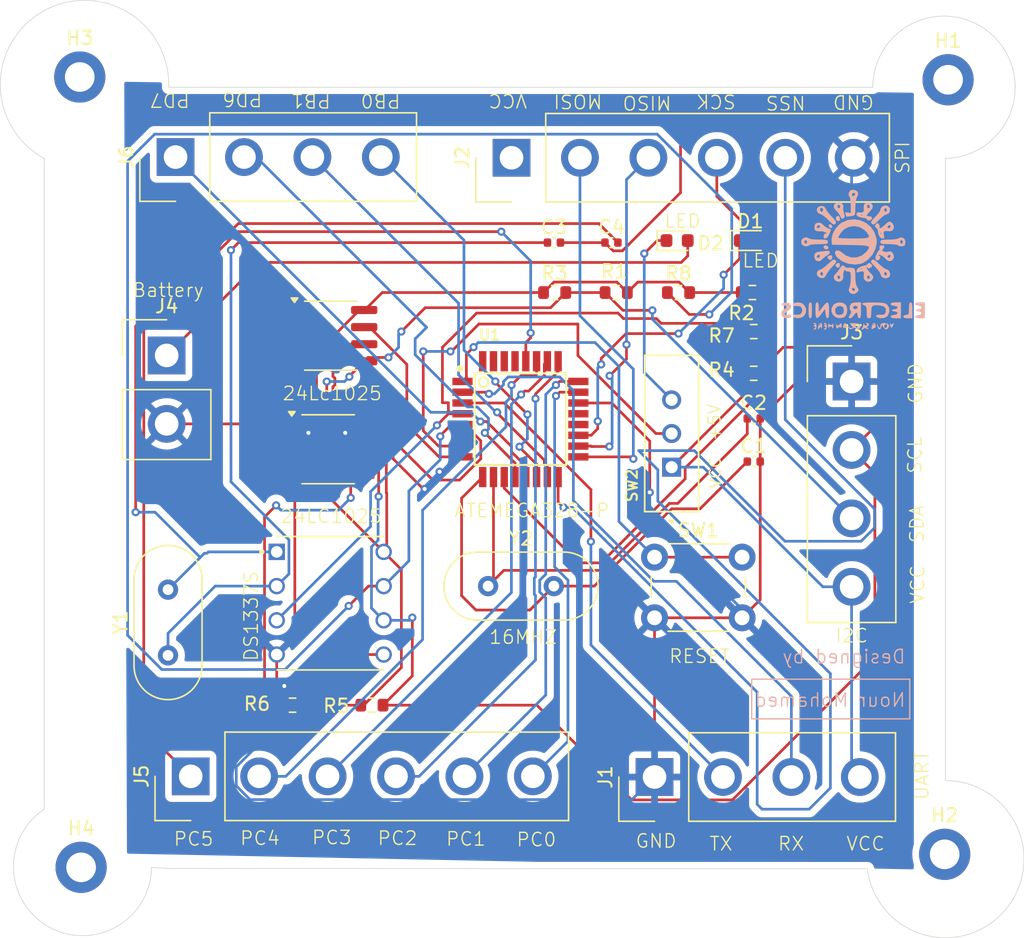
<source format=kicad_pcb>
(kicad_pcb (version 20240108) (generator "pcbnew") (generator_version "8.0")
  (title_block (title "${Title}") (date "2025-03-22") (rev "${Version}") (company "${Author}"))
  (layers (0 "F.Cu" signal) (31 "B.Cu" signal) (34 "B.Paste" user) (35 "F.Paste" user) (36 "B.SilkS" user "B.Silkscreen") (37 "F.SilkS" user "F.Silkscreen") (38 "B.Mask" user) (39 "F.Mask" user) (44 "Edge.Cuts" user))
  (property "Author" "Nour Mohamed")
  (property "ID" "1473101251203")
  (property "Title" "DataLogger")
  (property "Version" "V1.0")
  (net 0 "")
  (net 1 "/XTAL1")
  (net 2 "GND")
  (net 3 "/XTAL2")
  (net 4 "Net-(U3-X2)")
  (net 5 "Net-(U3-X1)")
  (net 6 "SCK")
  (net 7 "Net-(D1-A)")
  (net 8 "Net-(D2-A)")
  (net 9 "Power supply")
  (net 10 "/VCC")
  (net 11 "/TX")
  (net 12 "/RX")
  (net 13 "NSS")
  (net 14 "MISO")
  (net 15 "VCC")
  (net 16 "MOSI")
  (net 17 "/SDA")
  (net 18 "/SCL")
  (net 19 "Net-(J5-Pin_6)")
  (net 20 "Net-(J5-Pin_2)")
  (net 21 "Net-(J5-Pin_1)")
  (net 22 "Net-(J5-Pin_5)")
  (net 23 "Net-(J5-Pin_3)")
  (net 24 "Net-(J5-Pin_4)")
  (net 25 "Net-(J6-Pin_2)")
  (net 26 "Net-(J6-Pin_4)")
  (net 27 "Net-(J6-Pin_1)")
  (net 28 "Net-(J6-Pin_3)")
  (net 29 "/INTA")
  (net 30 "/INTB")
  (net 31 "/RESET")
  (net 34 "+5V")
  (footprint "Package_SO:SOIC-8_3.9x4.9mm_P1.27mm" (layer "F.Cu") (at 140.1572 106.3244)
    (property "Reference" "U4" (hide yes))
    (property "Value" "24LC1025")
  )
  (footprint "MountingHole:MountingHole_2.2mm_M2_DIN965_Pad" (layer "F.Cu") (at 185.928 136.398)
    (property "Reference" "H2")
    (property "Value" "MountingHole")
  )
  (footprint "MountingHole:MountingHole_2.2mm_M2_DIN965_Pad" (layer "F.Cu") (at 186.182 78.8924)
    (property "Reference" "H1")
    (property "Value" "MountingHole")
  )
  (footprint "Connector_Samtec_HPM_THT:Samtec_HPM-02-01-x-S_Straight_1x02_Pitch5.08mm" (layer "F.Cu") (at 128.1684 99.3598)
    (property "Reference" "J4")
    (property "Value" "Battery")
  )
  (footprint "Connector_Samtec_HPM_THT:Samtec_HPM-04-01-x-S_Straight_1x04_Pitch5.08mm" (layer "F.Cu") (at 128.8288 84.6328 90)
    (property "Reference" "J6")
    (property "Value" "Conn_01x04_Pin" (hide yes))
  )
  (footprint "Connector_Samtec_HPM_THT:Samtec_HPM-04-01-x-S_Straight_1x04_Pitch5.08mm" (layer "F.Cu") (at 164.3888 130.6576 90)
    (property "Reference" "J1")
    (property "Value" "UART")
  )
  (footprint "Crystal:Crystal_HC49-4H_Vertical" (layer "F.Cu") (at 152.0328 116.4844)
    (property "Reference" "Y2")
    (property "Value" "Crystal")
  )
  (footprint "LED_SMD:LED_0603_1608Metric" (layer "F.Cu") (at 166.0652 90.8304)
    (property "Reference" "D2")
    (property "Value" "LED")
  )
  (footprint "RTC:DIP794W47P254L991H457Q8" (layer "F.Cu") (at 140.3096 117.7544)
    (property "Reference" "U3" (hide yes))
    (property "Value" "DS1337")
  )
  (footprint "Connector_Samtec_HPM_THT:Samtec_HPM-06-01-x-S_Straight_1x06_Pitch5.08mm" (layer "F.Cu") (at 129.9557 130.6068 90)
    (property "Reference" "J5")
    (property "Value" "Conn_01x06_Pin")
  )
  (footprint "Connector_Samtec_HPM_THT:Samtec_HPM-04-01-x-S_Straight_1x04_Pitch5.08mm" (layer "F.Cu") (at 179.0192 101.2952)
    (property "Reference" "J3")
    (property "Value" "I2C")
  )
  (footprint "Capacitor_SMD:C_0402_1005Metric" (layer "F.Cu") (at 161.1884 90.9828)
    (property "Reference" "C4")
    (property "Value" "C")
  )
  (footprint "Resistor_SMD:R_0603_1608Metric" (layer "F.Cu") (at 161.544 94.6912 180)
    (property "Reference" "R1")
    (property "Value" "R")
  )
  (footprint "MountingHole:MountingHole_2.2mm_M2_DIN965_Pad" (layer "F.Cu") (at 121.7168 78.6892)
    (property "Reference" "H3")
    (property "Value" "MountingHole")
  )
  (footprint "Package_SO:SOIC-8_3.9x4.9mm_P1.27mm" (layer "F.Cu") (at 140.3604 97.8916)
    (property "Reference" "U2" (hide yes))
    (property "Value" "24LC1025")
  )
  (footprint "Resistor_SMD:R_0603_1608Metric" (layer "F.Cu") (at 137.5156 125.3236)
    (property "Reference" "R6")
    (property "Value" "R")
  )
  (footprint "Resistor_SMD:R_0603_1608Metric" (layer "F.Cu") (at 143.4084 125.3236)
    (property "Reference" "R5")
    (property "Value" "R")
  )
  (footprint "Capacitor_SMD:C_0402_1005Metric" (layer "F.Cu") (at 171.7548 107.2388)
    (property "Reference" "C1")
    (property "Value" "C")
  )
  (footprint "Resistor_SMD:R_0603_1608Metric" (layer "F.Cu") (at 171.6532 94.6912 180)
    (property "Reference" "R2")
    (property "Value" "R")
  )
  (footprint "MountingHole:MountingHole_2.2mm_M2_DIN965_Pad" (layer "F.Cu") (at 121.8184 137.3632)
    (property "Reference" "H4")
    (property "Value" "MountingHole")
  )
  (footprint "Connector_Samtec_HPM_THT:Samtec_HPM-06-01-x-S_Straight_1x06_Pitch5.08mm" (layer "F.Cu") (at 153.7716 84.6836 90)
    (property "Reference" "J2")
    (property "Value" "SPI")
  )
  (footprint "Capacitor_SMD:C_0402_1005Metric" (layer "F.Cu") (at 156.9212 90.9828)
    (property "Reference" "C3")
    (property "Value" "C")
  )
  (footprint "Resistor_SMD:R_0603_1608Metric" (layer "F.Cu") (at 171.7548 100.6856 180)
    (property "Reference" "R4")
    (property "Value" "R")
  )
  (footprint "Button_Switch_THT:SW_PUSH_6mm_H4.3mm" (layer "F.Cu") (at 164.39 114.336)
    (property "Reference" "SW1")
    (property "Value" "SW_Push")
  )
  (footprint "LED_SMD:LED_0603_1608Metric" (layer "F.Cu") (at 171.5008 90.8304)
    (property "Reference" "D1")
    (property "Value" "LED")
  )
  (footprint "Resistor_SMD:R_0603_1608Metric" (layer "F.Cu") (at 166.1668 94.6912)
    (property "Reference" "R8")
    (property "Value" "R")
  )
  (footprint "Capacitor_SMD:C_0402_1005Metric" (layer "F.Cu") (at 171.7548 104.0384)
    (property "Reference" "C2")
    (property "Value" "C")
  )
  (footprint "Resistor_SMD:R_0603_1608Metric" (layer "F.Cu") (at 156.972 94.6912)
    (property "Reference" "R3")
    (property "Value" "R")
  )
  (footprint "SPDT:SW_MINI-SPDT-SW" (layer "F.Cu") (at 165.6588 105.156 90)
    (property "Reference" "SW2")
    (property "Value" "SW_SPDT")
  )
  (footprint "Crystal:Crystal_HC49-4H_Vertical" (layer "F.Cu") (at 128.27 121.6268 90)
    (property "Reference" "Y1")
    (property "Value" "Crystal")
  )
  (footprint "Resistor_SMD:R_0603_1608Metric" (layer "F.Cu") (at 171.7548 97.5868 180)
    (property "Reference" "R7")
    (property "Value" "R")
  )
  (footprint "ATEMEGA:QFP80P900X900X120-32N" (layer "F.Cu") (at 154.432 104.0892)
    (property "Reference" "U1")
    (property "Value" "ATmega328-P")
  )
  (footprint "logos:Electronics" (layer "B.Cu") (at 179.125025 92.36822 180)
    (property "Reference" "G***" (hide yes))
    (property "Value" "LOGO" (hide yes))
  )
  (gr_rect (start 171.6024 123.3932) (end 183.3372 126.3396) (stroke (width 0.1)) (fill none) (layer "B.SilkS"))
  (gr_line (start 128.649122 137.448244) (end 180.1876 137.4648) (stroke (width 0.05)) (layer "Edge.Cuts"))
  (gr_arc (start 180.593024 79.4512) (mid 189.577581 75.678973) (end 185.9788 84.734399) (stroke (width 0.05)) (layer "Edge.Cuts"))
  (gr_arc (start 119.094126 84.744695) (mid 118.961339 73.825356) (end 128.320799 79.4512) (stroke (width 0.05)) (layer "Edge.Cuts"))
  (gr_line (start 119.094126 84.744695) (end 119.0752 84.779624) (stroke (width 0.05)) (layer "Edge.Cuts"))
  (gr_line (start 127.043493 137.376762) (end 128.649122 137.448244) (stroke (width 0.05)) (layer "Edge.Cuts"))
  (gr_line (start 185.9788 130.918894) (end 185.9788 84.7344) (stroke (width 0.05)) (layer "Edge.Cuts"))
  (gr_line (start 119.0752 84.779624) (end 119.0752 133.050776) (stroke (width 0.05)) (layer "Edge.Cuts"))
  (gr_line (start 128.320799 79.4512) (end 180.593024 79.4512) (stroke (width 0.05)) (layer "Edge.Cuts"))
  (gr_arc (start 185.9788 130.918894) (mid 190.348779 140.619745) (end 180.187601 137.4648) (stroke (width 0.05)) (layer "Edge.Cuts"))
  (gr_arc (start 127.043493 137.376762) (mid 119.475281 141.815474) (end 119.0752 133.050776) (stroke (width 0.05)) (layer "Edge.Cuts"))
  (gr_text "Designed by\n\n${Author}" (at 183.0832 125.5268 0) (layer "B.SilkS") (effects (font (size 1 1) (thickness 0.1)) (justify left bottom mirror)))
  (gr_text "PC0" (at 154.0764 135.89 0) (layer "F.SilkS") (effects (font (size 1 1) (thickness 0.1)) (justify left bottom)))
  (gr_text "VCC" (at 169.3672 109.2708 90) (layer "F.SilkS") (effects (font (size 0.8 0.8) (thickness 0.1)) (justify left bottom)))
  (gr_text "GND" (at 162.9156 135.9916 0) (layer "F.SilkS") (effects (font (size 1 1) (thickness 0.1)) (justify left bottom)))
  (gr_text "PD7" (at 129.9464 79.8068 180) (layer "F.SilkS") (effects (font (size 1 1) (thickness 0.1)) (justify left bottom)))
  (gr_text "Battery" (at 125.5776 95.0976 0) (layer "F.SilkS") (effects (font (size 1 1) (thickness 0.1)) (justify left bottom)))
  (gr_text "PB1" (at 140.4112 79.8576 180) (layer "F.SilkS") (effects (font (size 1 1) (thickness 0.1)) (justify left bottom)))
  (gr_text "GND" (at 180.7464 79.9592 180) (layer "F.SilkS") (effects (font (size 1 1) (thickness 0.1)) (justify left bottom)))
  (gr_text "RESET" (at 165.4048 122.2756 0) (layer "F.SilkS") (effects (font (size 1 1) (thickness 0.1)) (justify left bottom)))
  (gr_text "PC5" (at 128.6256 135.8392 0) (layer "F.SilkS") (effects (font (size 1 1) (thickness 0.1)) (justify left bottom)))
  (gr_text "LED" (at 165.0492 89.9668 0) (layer "F.SilkS") (effects (font (size 1 1) (thickness 0.1)) (justify left bottom)))
  (gr_text "RX" (at 173.482 136.1948 0) (layer "F.SilkS") (effects (font (size 1 1) (thickness 0.1)) (justify left bottom)))
  (gr_text "ATEMEGA328-P" (at 149.4536 111.4552 0) (layer "F.SilkS") (effects (font (size 1 1) (thickness 0.1)) (justify left bottom)))
  (gr_text "SCL" (at 184.3024 108.204 90) (layer "F.SilkS") (effects (font (size 1 1) (thickness 0.1)) (justify left bottom)))
  (gr_text "MOSI" (at 160.5788 79.9084 180) (layer "F.SilkS") (effects (font (size 1 1) (thickness 0.1)) (justify left bottom)))
  (gr_text "LED" (at 170.8404 92.9132 0) (layer "F.SilkS") (effects (font (size 1 1) (thickness 0.1)) (justify left bottom)))
  (gr_text "24Lc1025" (at 136.7028 102.7684 0) (layer "F.SilkS") (effects (font (size 1 1) (thickness 0.1)) (justify left bottom)))
  (gr_text "UART" (at 184.8104 132.4356 90) (layer "F.SilkS") (effects (font (size 1 1) (thickness 0.1)) (justify left bottom)))
  (gr_text "PC4" (at 133.5532 135.7884 0) (layer "F.SilkS") (effects (font (size 1 1) (thickness 0.1)) (justify left bottom)))
  (gr_text "GND" (at 184.3532 103.0224 90) (layer "F.SilkS") (effects (font (size 1 1) (thickness 0.1)) (justify left bottom)))
  (gr_text "I2C" (at 177.7492 120.7516 0) (layer "F.SilkS") (effects (font (size 1 1) (thickness 0.1)) (justify left bottom)))
  (gr_text "PC1" (at 148.844 135.8392 0) (layer "F.SilkS") (effects (font (size 1 1) (thickness 0.1)) (justify left bottom)))
  (gr_text "PB0" (at 145.5928 79.8576 180) (layer "F.SilkS") (effects (font (size 1 1) (thickness 0.1)) (justify left bottom)))
  (gr_text "PD6" (at 135.3312 79.756 180) (layer "F.SilkS") (effects (font (size 1 1) (thickness 0.1)) (justify left bottom)))
  (gr_text "PC2" (at 143.764 135.7884 0) (layer "F.SilkS") (effects (font (size 1 1) (thickness 0.1)) (justify left bottom)))
  (gr_text "24LC1025" (at 136.5438 111.8882 0) (layer "F.SilkS") (effects (font (size 1 1) (thickness 0.1)) (justify left bottom)))
  (gr_text "TX" (at 168.402 136.1948 0) (layer "F.SilkS") (effects (font (size 1 1) (thickness 0.1)) (justify left bottom)))
  (gr_text "VCC" (at 184.5056 117.856 90) (layer "F.SilkS") (effects (font (size 1 1) (thickness 0.1)) (justify left bottom)))
  (gr_text "DS1337S" (at 135.0264 122.1232 90) (layer "F.SilkS") (effects (font (size 1 1) (thickness 0.1)) (justify left bottom)))
  (gr_text "MISO" (at 165.7096 80.01 180) (layer "F.SilkS") (effects (font (size 1 1) (thickness 0.1)) (justify left bottom)))
  (gr_text "+5V" (at 169.3672 105.7656 90) (layer "F.SilkS") (effects (font (size 0.9 0.9) (thickness 0.1)) (justify left bottom)))
  (gr_text "VCC" (at 178.562 136.1948 0) (layer "F.SilkS") (effects (font (size 1 1) (thickness 0.1)) (justify left bottom)))
  (gr_text "SCK" (at 170.4848 79.9084 180) (layer "F.SilkS") (effects (font (size 1 1) (thickness 0.1)) (justify left bottom)))
  (gr_text "16MHZ" (at 152.0444 120.8532 0) (layer "F.SilkS") (effects (font (size 1 1) (thickness 0.1)) (justify left bottom)))
  (gr_text "PC3" (at 138.8872 135.7376 0) (layer "F.SilkS") (effects (font (size 1 1) (thickness 0.1)) (justify left bottom)))
  (gr_text "SPI" (at 183.388 85.9536 90) (layer "F.SilkS") (effects (font (size 1 1) (thickness 0.1)) (justify left bottom)))
  (gr_text "SDA" (at 184.4548 113.3348 90) (layer "F.SilkS") (effects (font (size 1 1) (thickness 0.1)) (justify left bottom)))
  (gr_text "VCC" (at 154.9908 79.8576 180) (layer "F.SilkS") (effects (font (size 1 1) (thickness 0.1)) (justify left bottom)))
  (gr_text "NSS" (at 175.6664 80.01 180) (layer "F.SilkS") (effects (font (size 1 1) (thickness 0.1)) (justify left bottom)))
  (segment (start 151.13 118.2624) (end 150.0632 117.1956) (width 0.2) (layer "F.Cu") (net 1))
  (segment (start 167.7696 110.744) (end 165.6588 110.744) (width 0.2) (layer "F.Cu") (net 1))
  (segment (start 171.2748 107.2388) (end 167.7696 110.744) (width 0.2) (layer "F.Cu") (net 1))
  (segment (start 150.0632 117.1956) (end 150.0632 109.958) (width 0.2) (layer "F.Cu") (net 1))
  (segment (start 165.6588 110.744) (end 159.9184 116.4844) (width 0.2) (layer "F.Cu") (net 1))
  (segment (start 156.9128 116.4844) (end 155.1348 118.2624) (width 0.2) (layer "F.Cu") (net 1))
  (segment (start 155.1348 118.2624) (end 151.13 118.2624) (width 0.2) (layer "F.Cu") (net 1))
  (segment (start 159.9184 116.4844) (end 156.9128 116.4844) (width 0.2) (layer "F.Cu") (net 1))
  (segment (start 150.0632 109.958) (end 151.632 108.3892) (width 0.2) (layer "F.Cu") (net 1))
  (segment (start 172.2348 107.2388) (end 172.2348 117.4912) (width 0.2) (layer "F.Cu") (net 2))
  (segment (start 143.612752 103.7844) (end 141.6304 103.7844) (width 0.2) (layer "F.Cu") (net 2))
  (segment (start 161.3184 91.5928) (end 162.0008 91.5928) (width 0.2) (layer "F.Cu") (net 2))
  (segment (start 164.39 118.836) (end 170.89 118.836) (width 0.2) (layer "F.Cu") (net 2))
  (segment (start 164.3888 118.8372) (end 164.39 118.836) (width 0.2) (layer "F.Cu") (net 2))
  (segment (start 158.732 102.8892) (end 161.2076 102.8892) (width 0.2) (layer "F.Cu") (net 2))
  (segment (start 136.4072 107.9084) (end 136.7282 108.2294) (width 0.2) (layer "F.Cu") (net 2))
  (segment (start 164.0332 105.7148) (end 164.0332 109.5248) (width 0.2) (layer "F.Cu") (net 2))
  (segment (start 144.9832 105.154848) (end 143.612752 103.7844) (width 0.2) (layer "F.Cu") (net 2))
  (segment (start 140.9128 105.4544) (end 141.1478 105.6894) (width 0.2) (layer "F.Cu") (net 2))
  (segment (start 145.9992 100.0252) (end 145.9992 104.4956) (width 0.2) (layer "F.Cu") (net 2))
  (segment (start 136.6104 97.556601) (end 136.6104 99.4248) (width 0.2) (layer "F.Cu") (net 2))
  (segment (start 148.430065 107.993265) (end 149.027935 107.993265) (width 0.2) (layer "F.Cu") (net 2))
  (segment (start 144.9832 107.0356) (end 144.9832 105.154848) (width 0.2) (layer "F.Cu") (net 2))
  (segment (start 136.3396 123.3348) (end 136.906 123.9012) (width 0.2) (layer "F.Cu") (net 2))
  (segment (start 176.8856 82.3976) (end 179.1716 84.6836) (width 0.2) (layer "F.Cu") (net 2))
  (segment (start 166.3192 83.82) (end 167.7416 82.3976) (width 0.2) (layer "F.Cu") (net 2))
  (segment (start 136.6104 99.4248) (end 136.9822 99.7966) (width 0.2) (layer "F.Cu") (net 2))
  (segment (start 172.2348 104.0384) (end 172.2348 107.2388) (width 0.2) (layer "F.Cu") (net 2))
  (segment (start 136.7282 108.2294) (end 137.6822 108.2294) (width 0.2) (layer "F.Cu") (net 2))
  (segment (start 140.9128 104.502) (end 140.9128 105.4544) (width 0.2) (layer "F.Cu") (net 2))
  (segment (start 141.1478 105.6894) (end 142.6322 105.6894) (width 0.2) (layer "F.Cu") (net 2))
  (segment (start 128.1684 104.4398) (end 137.6618 104.4398) (width 0.2) (layer "F.Cu") (net 2))
  (segment (start 137.6822 120.2218) (end 136.3396 121.5644) (width 0.2) (layer "F.Cu") (net 2))
  (segment (start 142.0114 105.6894) (end 141.4272 105.1052) (width 0.2) (layer "F.Cu") (net 2))
  (segment (start 137.6822 99.9998) (end 137.8854 99.7966) (width 0.2) (layer "F.Cu") (net 2))
  (segment (start 161.2076 102.8892) (end 164.0332 105.7148) (width 0.2) (layer "F.Cu") (net 2))
  (segment (start 136.707201 105.6894) (end 136.4072 105.989401) (width 0.2) (layer "F.Cu") (net 2))
  (segment (start 137.6822 105.6894) (end 137.6822 104.4194) (width 0.2) (layer "F.Cu") (net 2))
  (segment (start 136.910401 97.2566) (end 136.6104 97.556601) (width 0.2) (layer "F.Cu") (net 2))
  (segment (start 166.3192 87.2744) (end 166.3192 83.82) (width 0.2) (layer "F.Cu") (net 2))
  (segment (start 179.0192 101.2952) (end 174.978 101.2952) (width 0.2) (layer "F.Cu") (net 2))
  (segment (start 137.8854 97.2566) (end 136.910401 97.2566) (width 0.2) (layer "F.Cu") (net 2))
  (segment (start 147.2184 109.2708) (end 144.9832 107.0356) (width 0.2) (layer "F.Cu") (net 2))
  (segment (start 167.7416 82.3976) (end 176.8856 82.3976) (width 0.2) (layer "F.Cu") (net 2))
  (segment (start 164.3888 130.6576) (end 164.3888 118.8372) (width 0.2) (layer "F.Cu") (net 2))
  (segment (start 137.6822 108.2294) (end 137.6822 120.2218) (width 0.2) (layer "F.Cu") (net 2))
  (segment (start 141.6304 103.7844) (end 140.9128 104.502) (width 0.2) (layer "F.Cu") (net 2))
  (segment (start 172.2348 117.4912) (end 170.89 118.836) (width 0.2) (layer "F.Cu") (net 2))
  (segment (start 137.6618 104.4398) (end 137.6822 104.4194) (width 0.2) (layer "F.Cu") (net 2))
  (segment (start 174.978 101.2952) (end 172.2348 104.0384) (width 0.2) (layer "F.Cu") (net 2))
  (segment (start 142.8354 97.2566) (end 143.2306 97.2566) (width 0.2) (layer "F.Cu") (net 2))
  (segment (start 143.2306 97.2566) (end 145.9992 100.0252) (width 0.2) (layer "F.Cu") (net 2))
  (segment (start 137.6822 105.6894) (end 136.707201 105.6894) (width 0.2) (layer "F.Cu") (net 2))
  (segment (start 142.6322 105.6894) (end 142.977752 105.6894) (width 0.2) (layer "F.Cu") (net 2))
  (segment (start 149.027935 107.993265) (end 150.132 106.8892) (width 0.2) (layer "F.Cu") (net 2))
  (segment (start 137.6822 104.4194) (end 137.6822 99.9998) (width 0.2) (layer "F.Cu") (net 2))
  (segment (start 136.4072 105.989401) (end 136.4072 107.9084) (width 0.2) (layer "F.Cu") (net 2))
  (segment (start 160.7084 90.9828) (end 161.3184 91.5928) (width 0.2) (layer "F.Cu") (net 2))
  (segment (start 136.3396 121.5644) (end 136.3396 123.3348) (width 0.2) (layer "F.Cu") (net 2))
  (segment (start 148.3928 106.8892) (end 150.132 106.8892) (width 0.2) (layer "F.Cu") (net 2))
  (segment (start 138.6936 105.1052) (end 138.2664 105.1052) (width 0.2) (layer "F.Cu") (net 2))
  (segment (start 137.8854 97.2566) (end 137.8854 95.9866) (width 0.2) (layer "F.Cu") (net 2))
  (segment (start 142.6322 105.6894) (end 142.0114 105.6894) (width 0.2) (layer "F.Cu") (net 2))
  (segment (start 147.32 109.2708) (end 147.2184 109.2708) (width 0.2) (layer "F.Cu") (net 2))
  (segment (start 138.2664 105.1052) (end 137.6822 105.6894) (width 0.2) (layer "F.Cu") (net 2))
  (segment (start 157.4012 90.9828) (end 160.7084 90.9828) (width 0.2) (layer "F.Cu") (net 2))
  (segment (start 136.9822 99.7966) (end 137.8854 99.7966) (width 0.2) (layer "F.Cu") (net 2))
  (segment (start 162.0008 91.5928) (end 166.3192 87.2744) (width 0.2) (layer "F.Cu") (net 2))
  (segment (start 145.9992 104.4956) (end 148.3928 106.8892) (width 0.2) (layer "F.Cu") (net 2))
  (via (at 164.0332 109.5248) (size 0.6) (drill 0.3) (layers "F.Cu" "B.Cu") (net 2))
  (via (at 136.906 123.9012) (size 0.6) (drill 0.3) (layers "F.Cu" "B.Cu") (net 2))
  (via (at 141.4272 105.1052) (size 0.6) (drill 0.3) (layers "F.Cu" "B.Cu") (net 2))
  (via (at 148.430065 107.993265) (size 0.6) (drill 0.3) (layers "F.Cu" "B.Cu") (net 2))
  (via (at 138.6936 105.1052) (size 0.6) (drill 0.3) (layers "F.Cu" "B.Cu") (net 2))
  (via (at 147.32 109.2708) (size 0.6) (drill 0.3) (layers "F.Cu" "B.Cu") (net 2))
  (segment (start 133.3357 129.902636) (end 133.3357 131.310964) (width 0.2) (layer "B.Cu") (net 2))
  (segment (start 162.7124 132.334) (end 164.3888 130.6576) (width 0.2) (layer "B.Cu") (net 2))
  (segment (start 179.0192 84.836) (end 179.1716 84.6836) (width 0.2) (layer "B.Cu") (net 2))
  (segment (start 141.4272 105.1052) (end 141.1224 104.8004) (width 0.2) (layer "B.Cu") (net 2))
  (segment (start 170.89 118.2104) (end 170.89 118.836) (width 0.2) (layer "B.Cu") (net 2))
  (segment (start 164.39 130.6564) (end 164.3888 130.6576) (width 0.2) (layer "B.Cu") (net 2))
  (segment (start 133.3357 131.310964) (end 134.358736 132.334) (width 0.2) (layer "B.Cu") (net 2))
  (segment (start 164.0332 111.3536) (end 170.89 118.2104) (width 0.2) (layer "B.Cu") (net 2))
  (segment (start 164.39 118.836) (end 164.39 118.7184) (width 0.2) (layer "B.Cu") (net 2))
  (segment (start 136.906 126.332336) (end 133.3357 129.902636) (width 0.2) (layer "B.Cu") (net 2))
  (segment (start 164.0332 109.5248) (end 164.0332 111.3536) (width 0.2) (layer "B.Cu") (net 2))
  (segment (start 148.430065 107.993265) (end 147.32 109.10333) (width 0.2) (layer "B.Cu") (net 2))
  (segment (start 134.358736 132.334) (end 162.7124 132.334) (width 0.2) (layer "B.Cu") (net 2))
  (segment (start 179.0192 101.2952) (end 179.0192 84.836) (width 0.2) (layer "B.Cu") (net 2))
  (segment (start 141.1224 104.8004) (end 138.9984 104.8004) (width 0.2) (layer "B.Cu") (net 2))
  (segment (start 136.906 123.9012) (end 136.906 126.332336) (width 0.2) (layer "B.Cu") (net 2))
  (segment (start 147.32 109.10333) (end 147.32 109.2708) (width 0.2) (layer "B.Cu") (net 2))
  (segment (start 138.9984 104.8004) (end 138.6936 105.1052) (width 0.2) (layer "B.Cu") (net 2))
  (segment (start 152.432 116.0852) (end 152.432 108.3892) (width 0.2) (layer "F.Cu") (net 3))
  (segment (start 165.493114 110.344) (end 160.521114 115.316) (width 0.2) (layer "F.Cu") (net 3))
  (segment (start 166.1096 110.344) (end 165.493114 110.344) (width 0.2) (layer "F.Cu") (net 3))
  (segment (start 171.2748 104.0384) (end 171.2748 105.1788) (width 0.2) (layer "F.Cu") (net 3))
  (segment (start 171.2748 105.1788) (end 166.1096 110.344) (width 0.2) (layer "F.Cu") (net 3))
  (segment (start 153.2012 115.316) (end 152.0328 116.4844) (width 0.2) (layer "F.Cu") (net 3))
  (segment (start 152.0328 116.4844) (end 152.432 116.0852) (width 0.2) (layer "F.Cu") (net 3))
  (segment (start 160.521114 115.316) (end 153.2012 115.316) (width 0.2) (layer "F.Cu") (net 3))
  (segment (start 133.5024 90.9828) (end 156.4412 90.9828) (width 0.2) (layer "F.Cu") (net 4))
  (segment (start 132.9436 91.5416) (end 133.5024 90.9828) (width 0.2) (layer "F.Cu") (net 4))
  (via (at 132.9436 91.5416) (size 0.6) (drill 0.3) (layers "F.Cu" "B.Cu") (net 4))
  (segment (start 128.27 119.9896) (end 131.7752 116.4844) (width 0.2) (layer "B.Cu") (net 4))
  (segment (start 128.27 121.6268) (end 128.27 119.9896) (width 0.2) (layer "B.Cu") (net 4))
  (segment (start 137.2446 115.5794) (end 137.2446 113.0394) (width 0.2) (layer "B.Cu") (net 4))
  (segment (start 137.2446 113.0394) (end 132.9436 108.7384) (width 0.2) (layer "B.Cu") (net 4))
  (segment (start 136.3396 116.4844) (end 137.2446 115.5794) (width 0.2) (layer "B.Cu") (net 4))
  (segment (start 131.7752 116.4844) (end 136.3396 116.4844) (width 0.2) (layer "B.Cu") (net 4))
  (segment (start 132.9436 108.7384) (end 132.9436 91.5416) (width 0.2) (layer "B.Cu") (net 4))
  (segment (start 125.8684 97.187514) (end 125.8684 110.998) (width 0.2) (layer "F.Cu") (net 5))
  (segment (start 161.6684 90.9828) (end 160.2556 89.57) (width 0.2) (layer "F.Cu") (net 5))
  (segment (start 160.2556 89.57) (end 133.485914 89.57) (width 0.2) (layer "F.Cu") (net 5))
  (segment (start 133.485914 89.57) (end 125.8684 97.187514) (width 0.2) (layer "F.Cu") (net 5))
  (via (at 125.8684 110.998) (size 0.6) (drill 0.3) (layers "F.Cu" "B.Cu") (net 5))
  (segment (start 131.2672 113.9444) (end 136.3396 113.9444) (width 0.2) (layer "B.Cu") (net 5))
  (segment (start 125.8684 110.998) (end 127.3048 110.998) (width 0.2) (layer "B.Cu") (net 5))
  (segment (start 128.27 116.7468) (end 130.6618 114.355) (width 0.2) (layer "B.Cu") (net 5))
  (segment (start 130.9708 114.046) (end 131.1656 114.046) (width 0.2) (layer "B.Cu") (net 5))
  (segment (start 130.6618 114.355) (end 130.9708 114.046) (width 0.2) (layer "B.Cu") (net 5))
  (segment (start 127.3048 110.998) (end 130.6618 114.355) (width 0.2) (layer "B.Cu") (net 5))
  (segment (start 131.1656 114.046) (end 131.2672 113.9444) (width 0.2) (layer "B.Cu") (net 5))
  (segment (start 170.7133 92.1767) (end 170.7133 90.8304) (width 0.2) (layer "F.Cu") (net 6))
  (segment (start 158.732 105.2892) (end 159.682 105.2892) (width 0.2) (layer "F.Cu") (net 6))
  (segment (start 160.4264 99.583071) (end 162.270271 97.7392) (width 0.2) (layer "F.Cu") (net 6))
  (segment (start 160.4264 100.0252) (end 160.4264 99.583071) (width 0.2) (layer "F.Cu") (net 6))
  (segment (start 162.270271 97.7392) (end 166.1668 97.7392) (width 0.2) (layer "F.Cu") (net 6))
  (segment (start 169.5196 93.3704) (end 170.7133 92.1767) (width 0.2) (layer "F.Cu") (net 6))
  (segment (start 160.1724 104.7988) (end 160.1724 104.2416) (width 0.2) (layer "F.Cu") (net 6))
  (segment (start 159.682 105.2892) (end 160.1724 104.7988) (width 0.2) (layer "F.Cu") (net 6))
  (via (at 166.1668 97.7392) (size 0.6) (drill 0.3) (layers "F.Cu" "B.Cu") (net 6))
  (via (at 169.5196 93.3704) (size 0.6) (drill 0.3) (layers "F.Cu" "B.Cu") (net 6))
  (via (at 160.4264 100.0252) (size 0.6) (drill 0.3) (layers "F.Cu" "B.Cu") (net 6))
  (via (at 160.1724 104.2416) (size 0.6) (drill 0.3) (layers "F.Cu" "B.Cu") (net 6))
  (segment (start 160.1724 100.2792) (end 160.4264 100.0252) (width 0.2) (layer "B.Cu") (net 6))
  (segment (start 169.5196 94.3864) (end 169.5196 93.3704) (width 0.2) (layer "B.Cu") (net 6))
  (segment (start 160.1724 104.2416) (end 160.1724 100.2792) (width 0.2) (layer "B.Cu") (net 6))
  (segment (start 166.1668 97.7392) (end 169.5196 94.3864) (width 0.2) (layer "B.Cu") (net 6))
  (segment (start 169.0116 87.5537) (end 172.2883 90.8304) (width 0.2) (layer "F.Cu") (net 7))
  (segment (start 169.0116 84.6836) (end 169.0116 87.5537) (width 0.2) (layer "F.Cu") (net 7))
  (segment (start 166.37 92.456) (end 166.8527 91.9733) (width 0.2) (layer "F.Cu") (net 8))
  (segment (start 166.8527 91.9733) (end 166.8527 90.8304) (width 0.2) (layer "F.Cu") (net 8))
  (segment (start 128.1684 99.3598) (end 135.0722 92.456) (width 0.2) (layer "F.Cu") (net 8))
  (segment (start 135.0722 92.456) (end 166.37 92.456) (width 0.2) (layer "F.Cu") (net 8))
  (segment (start 164.592 90.8304) (end 165.2777 90.8304) (width 0.2) (layer "F.Cu") (net 9))
  (segment (start 163.6268 91.7956) (end 164.592 90.8304) (width 0.2) (layer "F.Cu") (net 9))
  (via (at 163.6268 91.7956) (size 0.6) (drill 0.3) (layers "F.Cu" "B.Cu") (net 9))
  (segment (start 165.6588 102.656) (end 163.6268 100.624) (width 0.2) (layer "B.Cu") (net 9))
  (segment (start 163.6268 100.624) (end 163.6268 91.7956) (width 0.2) (layer "B.Cu") (net 9))
  (segment (start 139.1412 106.9594) (end 139.746648 106.9594) (width 0.2) (layer "F.Cu") (net 10))
  (segment (start 142.875 95.9866) (end 144.1704 94.6912) (width 0.2) (layer "F.Cu") (net 10))
  (segment (start 145.5928 115.2576) (end 145.5928 122.5296) (width 0.2) (layer "F.Cu") (net 10))
  (segment (start 145.5928 122.5296) (end 142.7988 125.3236) (width 0.2) (layer "F.Cu") (net 10))
  (segment (start 139.949848 98.5266) (end 142.489848 95.9866) (width 0.2) (layer "F.Cu") (net 10))
  (segment (start 166.2168 93.9162) (end 166.9918 94.6912) (width 0.2) (layer "F.Cu") (net 10))
  (segment (start 172.5798 99.0356) (end 170.9298 100.6856) (width 0.2) (layer "F.Cu") (net 10))
  (segment (start 162.369 94.6912) (end 163.144 93.9162) (width 0.2) (layer "F.Cu") (net 10))
  (segment (start 170.9298 102.385) (end 165.6588 107.656) (width 0.2) (layer "F.Cu") (net 10))
  (segment (start 142.489848 95.9866) (end 142.8354 95.9866) (width 0.2) (layer "F.Cu") (net 10))
  (segment (start 172.5798 97.5868) (end 172.5798 96.4428) (width 0.2) (layer "F.Cu") (net 10))
  (segment (start 162.369 94.6912) (end 161.594 93.9162) (width 0.2) (layer "F.Cu") (net 10))
  (segment (start 137.6822 106.9594) (end 139.1412 106.9594) (width 0.2) (layer "F.Cu") (net 10))
  (segment (start 161.594 93.9162) (end 156.922 93.9162) (width 0.2) (layer "F.Cu") (net 10))
  (segment (start 170.9298 100.6856) (end 170.9298 102.385) (width 0.2) (layer "F.Cu") (net 10))
  (segment (start 144.5072 113.7168) (end 144.2796 113.9444) (width 0.2) (layer "F.Cu") (net 10))
  (segment (start 156.922 93.9162) (end 156.147 94.6912) (width 0.2) (layer "F.Cu") (net 10))
  (segment (start 144.2796 113.9444) (end 145.5928 115.2576) (width 0.2) (layer "F.Cu") (net 10))
  (segment (start 143.607199 104.4194) (end 144.4752 105.287401) (width 0.2) (layer "F.Cu") (net 10))
  (segment (start 144.4752 109.549071) (end 144.5072 109.581071) (width 0.2) (layer "F.Cu") (net 10))
  (segment (start 166.9918 94.6912) (end 170.8282 94.6912) (width 0.2) (layer "F.Cu") (net 10))
  (segment (start 142.8354 95.9866) (end 142.875 95.9866) (width 0.2) (layer "F.Cu") (net 10))
  (segment (start 163.144 93.9162) (end 166.2168 93.9162) (width 0.2) (layer "F.Cu") (net 10))
  (segment (start 137.8854 98.5266) (end 139.8524 98.5266) (width 0.2) (layer "F.Cu") (net 10))
  (segment (start 139.8524 98.5266) (end 139.949848 98.5266) (width 0.2) (layer "F.Cu") (net 10))
  (segment (start 142.6322 104.4194) (end 143.607199 104.4194) (width 0.2) (layer "F.Cu") (net 10))
  (segment (start 139.746648 109.411448) (end 144.2796 113.9444) (width 0.2) (layer "F.Cu") (net 10))
  (segment (start 139.1412 105.918) (end 139.1412 106.9594) (width 0.2) (layer "F.Cu") (net 10))
  (segment (start 139.2936 99.0854) (end 139.2936 105.7656) (width 0.2) (layer "F.Cu") (net 10))
  (segment (start 172.5798 97.5868) (end 172.5798 99.0356) (width 0.2) (layer "F.Cu") (net 10))
  (segment (start 139.746648 106.9594) (end 139.746648 109.411448) (width 0.2) (layer "F.Cu") (net 10))
  (segment (start 172.5798 96.4428) (end 170.8282 94.6912) (width 0.2) (layer "F.Cu") (net 10))
  (segment (start 142.7988 125.3236) (end 142.5834 125.3236) (width 0.2) (layer "F.Cu") (net 10))
  (segment (start 144.5072 109.581071) (end 144.5072 113.7168) (width 0.2) (layer "F.Cu") (net 10))
  (segment (start 144.4752 105.287401) (end 144.4752 109.549071) (width 0.2) (layer "F.Cu") (net 10))
  (segment (start 139.8524 98.5266) (end 139.2936 99.0854) (width 0.2) (layer "F.Cu") (net 10))
  (segment (start 139.2936 105.7656) (end 139.1412 105.918) (width 0.2) (layer "F.Cu") (net 10))
  (segment (start 138.3406 125.3236) (end 142.5834 125.3236) (width 0.2) (layer "F.Cu") (net 10))
  (segment (start 142.286648 104.4194) (end 142.6322 104.4194) (width 0.2) (layer "F.Cu") (net 10))
  (segment (start 144.1704 94.6912) (end 156.147 94.6912) (width 0.2) (layer "F.Cu") (net 10))
  (segment (start 168.0064 107.656) (end 165.6588 107.656) (width 0.2) (layer "B.Cu") (net 10))
  (segment (start 176.8856 116.5352) (end 168.0064 107.656) (width 0.2) (layer "B.Cu") (net 10))
  (segment (start 179.0192 130.048) (end 179.6288 130.6576) (width 0.2) (layer "B.Cu") (net 10))
  (segment (start 179.0192 116.5352) (end 179.0192 130.048) (width 0.2) (layer "B.Cu") (net 10))
  (segment (start 179.0192 116.5352) (end 176.8856 116.5352) (width 0.2) (layer "B.Cu") (net 10))
  (segment (start 159.6644 109.3216) (end 159.6644 113.1824) (width 0.2) (layer "F.Cu") (net 11))
  (segment (start 150.132 102.8892) (end 153.232 102.8892) (width 0.2) (layer "F.Cu") (net 11))
  (segment (start 153.232 102.8892) (end 159.6644 109.3216) (width 0.2) (layer "F.Cu") (net 11))
  (via (at 159.6644 113.1824) (size 0.6) (drill 0.3) (layers "F.Cu" "B.Cu") (net 11))
  (segment (start 159.6644 113.1824) (end 159.6644 120.8532) (width 0.2) (layer "B.Cu") (net 11))
  (segment (start 159.6644 120.8532) (end 169.4688 130.6576) (width 0.2) (layer "B.Cu") (net 11))
  (segment (start 151.9748 102.0892) (end 150.132 102.0892) (width 0.2) (layer "F.Cu") (net 12))
  (segment (start 152.0952 102.2096) (end 151.9748 102.0892) (width 0.2) (layer "F.Cu") (net 12))
  (via (at 152.0952 102.2096) (size 0.6) (drill 0.3) (layers "F.Cu" "B.Cu") (net 12))
  (segment (start 174.5488 130.6576) (end 174.5488 124.6632) (width 0.2) (layer "B.Cu") (net 12))
  (segment (start 153.523071 100.956314) (end 153.1716 101.307785) (width 0.2) (layer "B.Cu") (net 12))
  (segment (start 158.3628 110.147278) (end 158.3628 101.9748) (width 0.2) (layer "B.Cu") (net 12))
  (segment (start 153.1716 101.307785) (end 153.1716 101.5396) (width 0.2) (layer "B.Cu") (net 12))
  (segment (start 152.5016 102.2096) (end 152.0952 102.2096) (width 0.2) (layer "B.Cu") (net 12))
  (segment (start 164.344322 116.1288) (end 158.3628 110.147278) (width 0.2) (layer "B.Cu") (net 12))
  (segment (start 174.5488 124.6632) (end 166.0144 116.1288) (width 0.2) (layer "B.Cu") (net 12))
  (segment (start 153.1716 101.5396) (end 152.5016 102.2096) (width 0.2) (layer "B.Cu") (net 12))
  (segment (start 166.0144 116.1288) (end 164.344322 116.1288) (width 0.2) (layer "B.Cu") (net 12))
  (segment (start 157.344314 100.956314) (end 153.523071 100.956314) (width 0.2) (layer "B.Cu") (net 12))
  (segment (start 158.3628 101.9748) (end 157.344314 100.956314) (width 0.2) (layer "B.Cu") (net 12))
  (segment (start 157.232 110.242) (end 157.232 108.3892) (width 0.2) (layer "F.Cu") (net 13))
  (segment (start 157.6324 110.6424) (end 157.232 110.242) (width 0.2) (layer "F.Cu") (net 13))
  (via (at 157.6324 110.6424) (size 0.6) (drill 0.3) (layers "F.Cu" "B.Cu") (net 13))
  (segment (start 163.214 106.426) (end 164.6332 107.8452) (width 0.2) (layer "B.Cu") (net 13))
  (segment (start 158.292236 110.6424) (end 157.6324 110.6424) (width 0.2) (layer "B.Cu") (net 13))
  (segment (start 180.7192 110.751036) (end 180.7192 112.159364) (width 0.2) (layer "B.Cu") (net 13))
  (segment (start 179.723364 113.1552) (end 174.071286 113.1552) (width 0.2) (layer "B.Cu") (net 13))
  (segment (start 164.6332 110.173329) (end 177.4444 122.984529) (width 0.2) (layer "B.Cu") (net 13))
  (segment (start 167.342086 106.426) (end 163.214 106.426) (width 0.2) (layer "B.Cu") (net 13))
  (segment (start 177.4444 122.984529) (end 177.4444 131.4704) (width 0.2) (layer "B.Cu") (net 13))
  (segment (start 172.3644 133.0452) (end 172.0088 132.6896) (width 0.2) (layer "B.Cu") (net 13))
  (segment (start 172.0088 132.6896) (end 172.0088 124.358964) (width 0.2) (layer "B.Cu") (net 13))
  (segment (start 174.0916 84.6836) (end 174.0916 104.123436) (width 0.2) (layer "B.Cu") (net 13))
  (segment (start 180.7192 112.159364) (end 179.723364 113.1552) (width 0.2) (layer "B.Cu") (net 13))
  (segment (start 175.8696 133.0452) (end 172.3644 133.0452) (width 0.2) (layer "B.Cu") (net 13))
  (segment (start 164.6332 107.8452) (end 164.6332 110.173329) (width 0.2) (layer "B.Cu") (net 13))
  (segment (start 172.0088 124.358964) (end 158.292236 110.6424) (width 0.2) (layer "B.Cu") (net 13))
  (segment (start 177.4444 131.4704) (end 175.8696 133.0452) (width 0.2) (layer "B.Cu") (net 13))
  (segment (start 174.071286 113.1552) (end 167.342086 106.426) (width 0.2) (layer "B.Cu") (net 13))
  (segment (start 174.0916 104.123436) (end 180.7192 110.751036) (width 0.2) (layer "B.Cu") (net 13))
  (segment (start 161.036 106.1212) (end 159.714 106.1212) (width 0.2) (layer "F.Cu") (net 14))
  (segment (start 159.714 106.1212) (end 159.682 106.0892) (width 0.2) (layer "F.Cu") (net 14))
  (segment (start 159.682 106.0892) (end 158.732 106.0892) (width 0.2) (layer "F.Cu") (net 14))
  (segment (start 161.053865 100.870935) (end 162.306 99.6188) (width 0.2) (layer "F.Cu") (net 14))
  (segment (start 162.306 99.6188) (end 162.306 98.552) (width 0.2) (layer "F.Cu") (net 14))
  (via (at 161.053865 100.870935) (size 0.6) (drill 0.3) (layers "F.Cu" "B.Cu") (net 14))
  (via (at 161.036 106.1212) (size 0.6) (drill 0.3) (layers "F.Cu" "B.Cu") (net 14))
  (via (at 162.306 98.552) (size 0.6) (drill 0.3) (layers "F.Cu" "B.Cu") (net 14))
  (segment (start 161.036 106.1212) (end 161.2392 105.918) (width 0.2) (layer "B.Cu") (net 14))
  (segment (start 162.306 98.552) (end 162.306 86.3092) (width 0.2) (layer "B.Cu") (net 14))
  (segment (start 162.306 86.3092) (end 163.9316 84.6836) (width 0.2) (layer "B.Cu") (net 14))
  (segment (start 161.2392 101.05627) (end 161.053865 100.870935) (width 0.2) (layer "B.Cu") (net 14))
  (segment (start 161.2392 105.918) (end 161.2392 101.05627) (width 0.2) (layer "B.Cu") (net 14))
  (segment (start 162.6676 106.8892) (end 158.732 106.8892) (width 0.2) (layer "F.Cu") (net 16))
  (segment (start 162.814 107.0356) (end 162.6676 106.8892) (width 0.2) (layer "F.Cu") (net 16))
  (via (at 162.814 107.0356) (size 0.6) (drill 0.3) (layers "F.Cu" "B.Cu") (net 16))
  (segment (start 158.8516 84.6836) (end 158.8516 96.414485) (width 0.2) (layer "B.Cu") (net 16))
  (segment (start 162.814 100.376885) (end 162.814 107.0356) (width 0.2) (layer "B.Cu") (net 16))
  (segment (start 158.8516 96.414485) (end 162.814 100.376885) (width 0.2) (layer "B.Cu") (net 16))
  (segment (start 142.6322 108.2294) (end 141.657201 108.2294) (width 0.2) (layer "F.Cu") (net 17))
  (segment (start 140.4498 121.5644) (end 144.2796 121.5644) (width 0.2) (layer "F.Cu") (net 17))
  (segment (start 136.2964 110.49) (end 135.4346 111.3518) (width 0.2) (layer "F.Cu") (net 17))
  (segment (start 151.4856 105.6928) (end 151.4856 107.0356) (width 0.2) (layer "F.Cu") (net 17))
  (segment (start 136.6906 125.3236) (end 140.4498 121.5644) (width 0.2) (layer "F.Cu") (net 17))
  (segment (start 150.132 105.2892) (end 151.082 105.2892) (width 0.2) (layer "F.Cu") (net 17))
  (segment (start 151.082 105.2892) (end 151.4856 105.6928) (width 0.2) (layer "F.Cu") (net 17))
  (segment (start 143.122335 99.509665) (end 142.8354 99.7966) (width 0.2) (layer "F.Cu") (net 17))
  (segment (start 135.4346 111.3518) (end 135.4346 124.0676) (width 0.2) (layer "F.Cu") (net 17))
  (segment (start 147.3644 95.8152) (end 145.5928 97.5868) (width 0.2) (layer "F.Cu") (net 17))
  (segment (start 141.732 100.9396) (end 141.732 100.9) (width 0.2) (layer "F.Cu") (net 17))
  (segment (start 147.9296 108.6104) (end 145.3896 106.0704) (width 0.2) (layer "F.Cu") (net 17))
  (segment (start 145.3896 102.3508) (end 142.8354 99.7966) (width 0.2) (layer "F.Cu") (net 17))
  (segment (start 141.8336 109.9312) (end 141.8336 109.028) (width 0.2) (layer "F.Cu") (net 17))
  (segment (start 135.4346 124.0676) (end 136.6906 125.3236) (width 0.2) (layer "F.Cu") (net 17))
  (segment (start 157.797 94.6912) (end 160.719 94.6912) (width 0.2) (layer "F.Cu") (net 17))
  (segment (start 151.4856 107.0356) (end 149.9108 108.6104) (width 0.2) (layer "F.Cu") (net 17))
  (segment (start 144.635135 99.509665) (end 143.122335 99.509665) (width 0.2) (layer "F.Cu") (net 17))
  (segment (start 164.2268 96.012) (end 162.0398 96.012) (width 0.2) (layer "F.Cu") (net 17))
  (segment (start 157.797 94.6912) (end 156.673 95.8152) (width 0.2) (layer "F.Cu") (net 17))
  (segment (start 140.0556 106.627799) (end 140.0556 101.2952) (width 0.2) (layer "F.Cu") (net 17))
  (segment (start 162.0398 96.012) (end 160.719 94.6912) (width 0.2) (layer "F.Cu") (net 17))
  (segment (start 141.657201 108.2294) (end 140.0556 106.627799) (width 0.2) (layer "F.Cu") (net 17))
  (segment (start 156.673 95.8152) (end 147.3644 95.8152) (width 0.2) (layer "F.Cu") (net 17))
  (segment (start 141.8336 109.028) (end 142.6322 108.2294) (width 0.2) (layer "F.Cu") (net 17))
  (segment (start 141.732 100.9) (end 142.8354 99.7966) (width 0.2) (layer "F.Cu") (net 17))
  (segment (start 149.9108 108.6104) (end 147.9296 108.6104) (width 0.2) (layer "F.Cu") (net 17))
  (segment (start 145.3896 106.0704) (end 145.3896 102.3508) (width 0.2) (layer "F.Cu") (net 17))
  (via (at 141.732 100.9396) (size 0.6) (drill 0.3) (layers "F.Cu" "B.Cu") (net 17))
  (via (at 144.635135 99.509665) (size 0.6) (drill 0.3) (layers "F.Cu" "B.Cu") (net 17))
  (via (at 145.5928 97.5868) (size 0.6) (drill 0.3) (layers "F.Cu" "B.Cu") (net 17))
  (via (at 164.2268 96.012) (size 0.6) (drill 0.3) (layers "F.Cu" "B.Cu") (net 17))
  (via (at 136.2964 110.49) (size 0.6) (drill 0.3) (layers "F.Cu" "B.Cu") (net 17))
  (via (at 141.8336 109.9312) (size 0.6) (drill 0.3) (layers "F.Cu" "B.Cu") (net 17))
  (via (at 140.0556 101.2952) (size 0.6) (drill 0.3) (layers "F.Cu" "B.Cu") (net 17))
  (segment (start 164.2268 96.6628) (end 179.0192 111.4552) (width 0.2) (layer "B.Cu") (net 17))
  (segment (start 141.3764 101.2952) (end 141.732 100.9396) (width 0.2) (layer "B.Cu") (net 17))
  (segment (start 136.652 110.8456) (end 140.9192 110.8456) (width 0.2) (layer "B.Cu") (net 17))
  (segment (start 145.5928 97.5868) (end 145.3896 97.79) (width 0.2) (layer "B.Cu") (net 17))
  (segment (start 164.2268 96.012) (end 164.2268 96.6628) (width 0.2) (layer "B.Cu") (net 17))
  (segment (start 140.9192 110.8456) (end 141.8336 109.9312) (width 0.2) (layer "B.Cu") (net 17))
  (segment (start 140.0556 101.2952) (end 141.3764 101.2952) (width 0.2) (layer "B.Cu") (net 17))
  (segment (start 145.3896 98.7552) (end 144.635135 99.509665) (width 0.2) (layer "B.Cu") (net 17))
  (segment (start 145.3896 97.79) (end 145.3896 98.7552) (width 0.2) (layer "B.Cu") (net 17))
  (segment (start 136.2964 110.49) (end 136.652 110.8456) (width 0.2) (layer "B.Cu") (net 17))
  (segment (start 181.356 104.0384) (end 181.356 99.6188) (width 0.2) (layer "F.Cu") (net 18))
  (segment (start 172.5798 100.6856) (end 172.5798 101.797266) (width 0.2) (layer "F.Cu") (net 18))
  (segment (start 141.860401 98.5266) (end 140.5128 99.874201) (width 0.2) (layer "F.Cu") (net 18))
  (segment (start 173.2798 99.4156) (end 173.2798 95.4928) (width 0.2) (layer "F.Cu") (net 18))
  (segment (start 162.6888 132.3576) (end 170.172964 132.3576) (width 0.2) (layer "F.Cu") (net 18))
  (segment (start 180.4924 98.7552) (end 173.9402 98.7552) (width 0.2) (layer "F.Cu") (net 18))
  (segment (start 166.6628 107.714266) (end 166.6628 108.5208) (width 0.2) (layer "F.Cu") (net 18))
  (segment (start 143.9072 107.7884) (end 143.0782 106.9594) (width 0.2) (layer "F.Cu") (net 18))
  (segment (start 173.2798 95.4928) (end 172.4782 94.6912) (width 0.2) (layer "F.Cu") (net 18))
  (segment (start 166.6628 108.5208) (end 160.4264 114.7572) (width 0.2) (layer "F.Cu") (net 18))
  (segment (start 160.4264 114.7572) (end 158.775 114.7572) (width 0.2) (layer "F.Cu") (net 18))
  (segment (start 143.0782 106.9594) (end 142.6322 106.9594) (width 0.2) (layer "F.Cu") (net 18))
  (segment (start 141.7574 106.9594) (end 142.6322 106.9594) (width 0.2) (layer "F.Cu") (net 18))
  (segment (start 140.5128 105.7148) (end 141.7574 106.9594) (width 0.2) (layer "F.Cu") (net 18))
  (segment (start 143.9072 109.8296) (end 143.9072 107.7884) (width 0.2) (layer "F.Cu") (net 18))
  (segment (start 142.8354 98.5266) (end 141.860401 98.5266) (width 0.2) (layer "F.Cu") (net 18))
  (segment (start 140.6556 101.543729) (end 140.5128 101.686529) (width 0.2) (layer "F.Cu") (net 18))
  (segment (start 180.7464 121.784164) (end 180.7464 108.1024) (width 0.2) (layer "F.Cu") (net 18))
  (segment (start 173.2798 99.9856) (end 173.2798 99.4156) (width 0.2) (layer "F.Cu") (net 18))
  (segment (start 155.6548 125.3236) (end 162.6888 132.3576) (width 0.2) (layer "F.Cu") (net 18))
  (segment (start 179.0192 106.3752) (end 181.356 104.0384) (width 0.2) (layer "F.Cu") (net 18))
  (segment (start 144.2334 125.3236) (end 155.6548 125.3236) (width 0.2) (layer "F.Cu") (net 18))
  (segment (start 140.6556 101.046671) (end 140.6556 101.543729) (width 0.2) (layer "F.Cu") (net 18))
  (segment (start 172.5798 101.797266) (end 166.6628 107.714266) (width 0.2) (layer "F.Cu") (net 18))
  (segment (start 143.9072 109.8296) (end 143.7476 109.8296) (width 0.2) (layer "F.Cu") (net 18))
  (segment (start 180.7464 108.1024) (end 179.0192 106.3752) (width 0.2) (layer "F.Cu") (net 18))
  (segment (start 172.5798 100.6856) (end 173.2798 99.9856) (width 0.2) (layer "F.Cu") (net 18))
  (segment (start 140.5128 101.686529) (end 140.5128 105.7148) (width 0.2) (layer "F.Cu") (net 18))
  (segment (start 144.2334 125.3236) (end 146.4056 123.1514) (width 0.2) (layer "F.Cu") (net 18))
  (segment (start 181.356 99.6188) (end 180.4924 98.7552) (width 0.2) (layer "F.Cu") (net 18))
  (segment (start 170.172964 132.3576) (end 180.7464 121.784164) (width 0.2) (layer "F.Cu") (net 18))
  (segment (start 153.232 109.2142) (end 153.232 108.3892) (width 0.2) (layer "F.Cu") (net 18))
  (segment (start 140.5128 99.874201) (end 140.5128 100.903871) (width 0.2) (layer "F.Cu") (net 18))
  (segment (start 146.4056 123.1514) (end 146.4056 118.8212) (width 0.2) (layer "F.Cu") (net 18))
  (segment (start 140.5128 100.903871) (end 140.6556 101.046671) (width 0.2) (layer "F.Cu") (net 18))
  (segment (start 158.775 114.7572) (end 153.232 109.2142) (width 0.2) (layer "F.Cu") (net 18))
  (segment (start 173.9402 98.7552) (end 173.2798 99.4156) (width 0.2) (layer "F.Cu") (net 18))
  (via (at 143.9072 109.8296) (size 0.6) (drill 0.3) (layers "F.Cu" "B.Cu") (net 18))
  (via (at 146.4056 118.8212) (size 0.6) (drill 0.3) (layers "F.Cu" "B.Cu") (net 18))
  (segment (start 146.4056 118.8212) (end 146.2024 119.0244) (width 0.2) (layer "B.Cu") (net 18))
  (segment (start 143.8656 109.8712) (end 143.8656 113.078536) (width 0.2) (layer "B.Cu") (net 18))
  (segment (start 143.3746 118.1194) (end 144.2796 119.0244) (width 0.2) (layer "B.Cu") (net 18))
  (segment (start 143.9072 109.8296) (end 143.8656 109.8712) (width 0.2) (layer "B.Cu") (net 18))
  (segment (start 146.2024 119.0244) (end 144.2796 119.0244) (width 0.2) (layer "B.Cu") (net 18))
  (segment (start 143.8656 113.078536) (end 143.3746 113.569536) (width 0.2) (layer "B.Cu") (net 18))
  (segment (start 143.3746 113.569536) (end 143.3746 118.1194) (width 0.2) (layer "B.Cu") (net 18))
  (segment (start 157.0736 102.362) (end 157.3464 102.0892) (width 0.2) (layer "F.Cu") (net 19))
  (segment (start 157.3464 102.0892) (end 158.732 102.0892) (width 0.2) (layer "F.Cu") (net 19))
  (via (at 157.0736 102.362) (size 0.6) (drill 0.3) (layers "F.Cu" "B.Cu") (net 19))
  (segment (start 155.3557 130.6068) (end 157.9628 127.9997) (width 0.2) (layer "B.Cu") (net 19))
  (segment (start 156.972 115.058675) (end 156.972 102.4636) (width 0.2) (layer "B.Cu") (net 19))
  (segment (start 156.972 102.4636) (end 157.0736 102.362) (width 0.2) (layer "B.Cu") (net 19))
  (segment (start 157.9628 127.9997) (end 157.9628 116.049475) (width 0.2) (layer "B.Cu") (net 19))
  (segment (start 157.9628 116.049475) (end 156.972 115.058675) (width 0.2) (layer "B.Cu") (net 19))
  (segment (start 155.532 100.8392) (end 155.632 100.7392) (width 0.2) (layer "F.Cu") (net 20))
  (segment (start 155.632 100.7392) (end 155.632 99.7892) (width 0.2) (layer "F.Cu") (net 20))
  (segment (start 153.7716 101.556314) (end 154.488714 100.8392) (width 0.2) (layer "F.Cu") (net 20))
  (segment (start 154.488714 100.8392) (end 155.532 100.8392) (width 0.2) (layer "F.Cu") (net 20))
  (via (at 153.7716 101.556314) (size 0.6) (drill 0.3) (layers "F.Cu" "B.Cu") (net 20))
  (segment (start 147.1676 110.8456) (end 147.1676 120.454798) (width 0.2) (layer "B.Cu") (net 20))
  (segment (start 137.015598 130.6068) (end 135.0357 130.6068) (width 0.2) (layer "B.Cu") (net 20))
  (segment (start 153.7716 102.405915) (end 153.362 102.815515) (width 0.2) (layer "B.Cu") (net 20))
  (segment (start 147.1676 120.454798) (end 137.015598 130.6068) (width 0.2) (layer "B.Cu") (net 20))
  (segment (start 153.362 104.6512) (end 147.1676 110.8456) (width 0.2) (layer "B.Cu") (net 20))
  (segment (start 153.362 102.815515) (end 153.362 104.6512) (width 0.2) (layer "B.Cu") (net 20))
  (segment (start 153.7716 101.556314) (end 153.7716 102.405915) (width 0.2) (layer "B.Cu") (net 20))
  (segment (start 129.9557 130.6068) (end 126.4684 127.1195) (width 0.2) (layer "F.Cu") (net 21))
  (segment (start 126.4684 127.1195) (end 126.4684 97.1532) (width 0.2) (layer "F.Cu") (net 21))
  (segment (start 155.194 98.044) (end 154.832 98.406) (width 0.2) (layer "F.Cu") (net 21))
  (segment (start 126.4684 97.1532) (end 133.4516 90.17) (width 0.2) (layer "F.Cu") (net 21))
  (segment (start 133.4516 90.17) (end 153.0096 90.17) (width 0.2) (layer "F.Cu") (net 21))
  (segment (start 154.832 98.406) (end 154.832 99.7892) (width 0.2) (layer "F.Cu") (net 21))
  (segment (start 155.194 97.6884) (end 155.194 98.044) (width 0.2) (layer "F.Cu") (net 21))
  (via (at 153.0096 90.17) (size 0.6) (drill 0.3) (layers "F.Cu" "B.Cu") (net 21))
  (via (at 155.194 97.6884) (size 0.6) (drill 0.3) (layers "F.Cu" "B.Cu") (net 21))
  (segment (start 155.194 92.3544) (end 155.194 97.6884) (width 0.2) (layer "B.Cu") (net 21))
  (segment (start 153.0096 90.17) (end 155.194 92.3544) (width 0.2) (layer "B.Cu") (net 21))
  (segment (start 157.070659 101.556314) (end 157.337773 101.2892) (width 0.2) (layer "F.Cu") (net 22))
  (segment (start 157.337773 101.2892) (end 158.732 101.2892) (width 0.2) (layer "F.Cu") (net 22))
  (via (at 157.070659 101.556314) (size 0.6) (drill 0.3) (layers "F.Cu" "B.Cu") (net 22))
  (segment (start 156.3116 102.2604) (end 157.015686 101.556314) (width 0.2) (layer "B.Cu") (net 22))
  (segment (start 155.8628 116.049475) (end 156.3116 115.600675) (width 0.2) (layer "B.Cu") (net 22))
  (segment (start 156.3116 117.368125) (end 155.8628 116.919325) (width 0.2) (layer "B.Cu") (net 22))
  (segment (start 150.2757 130.6068) (end 156.3116 124.5709) (width 0.2) (layer "B.Cu") (net 22))
  (segment (start 156.3116 124.5709) (end 156.3116 117.368125) (width 0.2) (layer "B.Cu") (net 22))
  (segment (start 157.015686 101.556314) (end 157.070659 101.556314) (width 0.2) (layer "B.Cu") (net 22))
  (segment (start 156.3116 115.600675) (end 156.3116 102.2604) (width 0.2) (layer "B.Cu") (net 22))
  (segment (start 155.8628 116.919325) (end 155.8628 116.049475) (width 0.2) (layer "B.Cu") (net 22))
  (segment (start 156.207 100.0142) (end 156.432 99.7892) (width 0.2) (layer "F.Cu") (net 23))
  (segment (start 154.4828 102.2604) (end 154.7368 102.0064) (width 0.2) (layer "F.Cu") (net 23))
  (segment (start 154.7368 102.0064) (end 155.0398 102.0064) (width 0.2) (layer "F.Cu") (net 23))
  (segment (start 156.207 100.8392) (end 156.207 100.0142) (width 0.2) (layer "F.Cu") (net 23))
  (segment (start 155.0398 102.0064) (end 156.207 100.8392) (width 0.2) (layer "F.Cu") (net 23))
  (via (at 154.4828 102.2604) (size 0.6) (drill 0.3) (layers "F.Cu" "B.Cu") (net 23))
  (segment (start 153.762 116.9605) (end 153.762 102.9812) (width 0.2) (layer "B.Cu") (net 23))
  (segment (start 153.762 102.9812) (end 154.4828 102.2604) (width 0.2) (layer "B.Cu") (net 23))
  (segment (start 140.1157 130.6068) (end 153.762 116.9605) (width 0.2) (layer "B.Cu") (net 23))
  (segment (start 155.5496 102.228844) (end 157.232 100.546444) (width 0.2) (layer "F.Cu") (net 24))
  (segment (start 155.5496 102.5652) (end 155.5496 102.228844) (width 0.2) (layer "F.Cu") (net 24))
  (segment (start 157.232 100.546444) (end 157.232 99.7892) (width 0.2) (layer "F.Cu") (net 24))
  (via (at 155.5496 102.5652) (size 0.6) (drill 0.3) (layers "F.Cu" "B.Cu") (net 24))
  (segment (start 155.4628 115.88379) (end 155.4628 117.085011) (width 0.2) (layer "B.Cu") (net 24))
  (segment (start 155.4628 117.085011) (end 155.5496 117.171811) (width 0.2) (layer "B.Cu") (net 24))
  (segment (start 146.9136 130.6068) (end 145.1957 130.6068) (width 0.2) (layer "B.Cu") (net 24))
  (segment (start 155.5496 121.9708) (end 146.9136 130.6068) (width 0.2) (layer "B.Cu") (net 24))
  (segment (start 155.5496 102.5652) (end 155.5496 115.79699) (width 0.2) (layer "B.Cu") (net 24))
  (segment (start 155.5496 115.79699) (end 155.4628 115.88379) (width 0.2) (layer "B.Cu") (net 24))
  (segment (start 155.5496 117.171811) (end 155.5496 121.9708) (width 0.2) (layer "B.Cu") (net 24))
  (segment (start 151.7904 105.1052) (end 154.032 107.3468) (width 0.2) (layer "F.Cu") (net 25))
  (segment (start 154.032 107.3468) (end 154.032 108.3892) (width 0.2) (layer "F.Cu") (net 25))
  (via (at 151.7904 105.1052) (size 0.6) (drill 0.3) (layers "F.Cu" "B.Cu") (net 25))
  (segment (start 152.0602 104.018471) (end 151.222929 103.1812) (width 0.2) (layer "B.Cu") (net 25))
  (segment (start 134.8232 84.6328) (end 133.9088 84.6328) (width 0.2) (layer "B.Cu") (net 25))
  (segment (start 146.6184 99.308529) (end 146.6184 98.125058) (width 0.2) (layer "B.Cu") (net 25))
  (segment (start 147.466929 97.276529) (end 134.8232 84.6328) (width 0.2) (layer "B.Cu") (net 25))
  (segment (start 151.7904 105.1052) (end 152.0602 104.8354) (width 0.2) (layer "B.Cu") (net 25))
  (segment (start 152.0602 104.8354) (end 152.0602 104.018471) (width 0.2) (layer "B.Cu") (net 25))
  (segment (start 150.491071 103.1812) (end 146.6184 99.308529) (width 0.2) (layer "B.Cu") (net 25))
  (segment (start 151.222929 103.1812) (end 150.491071 103.1812) (width 0.2) (layer "B.Cu") (net 25))
  (segment (start 146.6184 98.125058) (end 147.466929 97.276529) (width 0.2) (layer "B.Cu") (net 25))
  (segment (start 152.571436 101.355436) (end 154.9496 103.7336) (width 0.2) (layer "F.Cu") (net 26))
  (segment (start 155.632 107.4392) (end 155.632 108.3892) (width 0.2) (layer "F.Cu") (net 26))
  (segment (start 154.362 106.137728) (end 154.362 106.1692) (width 0.2) (layer "F.Cu") (net 26))
  (segment (start 154.362 106.1692) (end 155.632 107.4392) (width 0.2) (layer "F.Cu") (net 26))
  (segment (start 152.571436 101.291234) (end 152.571436 101.355436) (width 0.2) (layer "F.Cu") (net 26))
  (via (at 154.362 106.137728) (size 0.6) (drill 0.3) (layers "F.Cu" "B.Cu") (net 26))
  (via (at 154.9496 103.7336) (size 0.6) (drill 0.3) (layers "F.Cu" "B.Cu") (net 26))
  (via (at 152.571436 101.291234) (size 0.6) (drill 0.3) (layers "F.Cu" "B.Cu") (net 26))
  (segment (start 150.2408 90.8048) (end 144.0688 84.6328) (width 0.2) (layer "B.Cu") (net 26))
  (segment (start 154.362 106.137728) (end 154.9496 105.550128) (width 0.2) (layer "B.Cu") (net 26))
  (segment (start 150.2408 98.960598) (end 150.2408 90.8048) (width 0.2) (layer "B.Cu") (net 26))
  (segment (start 154.9496 105.550128) (end 154.9496 103.7336) (width 0.2) (layer "B.Cu") (net 26))
  (segment (start 152.571436 101.291234) (end 150.2408 98.960598) (width 0.2) (layer "B.Cu") (net 26))
  (segment (start 151.4602 104.267) (end 151.9174 104.267) (width 0.2) (layer "F.Cu") (net 27))
  (segment (start 154.832 107.581114) (end 154.832 108.3892) (width 0.2) (layer "F.Cu") (net 27))
  (segment (start 153.762 106.511114) (end 154.832 107.581114) (width 0.2) (layer "F.Cu") (net 27))
  (segment (start 153.762 106.1116) (end 153.762 106.511114) (width 0.2) (layer "F.Cu") (net 27))
  (segment (start 151.9174 104.267) (end 153.762 106.1116) (width 0.2) (layer "F.Cu") (net 27))
  (via (at 151.4602 104.267) (size 0.6) (drill 0.3) (layers "F.Cu" "B.Cu") (net 27))
  (segment (start 151.4602 104.267) (end 150.7744 103.5812) (width 0.2) (layer "B.Cu") (net 27))
  (segment (start 150.7744 103.5812) (end 147.7772 103.5812) (width 0.2) (layer "B.Cu") (net 27))
  (segment (start 147.7772 103.5812) (end 128.8288 84.6328) (width 0.2) (layer "B.Cu") (net 27))
  (segment (start 156.207 107.1342) (end 156.207 107.3392) (width 0.2) (layer "F.Cu") (net 28))
  (segment (start 156.207 107.3392) (end 156.432 107.5642) (width 0.2) (layer "F.Cu") (net 28))
  (segment (start 152.7048 103.632) (end 156.207 107.1342) (width 0.2) (layer "F.Cu") (net 28))
  (segment (start 152.7048 103.5812) (end 152.7048 103.632) (width 0.2) (layer "F.Cu") (net 28))
  (segment (start 156.432 107.5642) (end 156.432 108.3892) (width 0.2) (layer "F.Cu") (net 28))
  (via (at 152.7048 103.5812) (size 0.6) (drill 0.3) (layers "F.Cu" "B.Cu") (net 28))
  (segment (start 138.9888 84.6328) (end 149.8408 95.4848) (width 0.2) (layer "B.Cu") (net 28))
  (segment (start 149.8408 95.4848) (end 149.8408 100.803729) (width 0.2) (layer "B.Cu") (net 28))
  (segment (start 149.8408 100.803729) (end 152.618271 103.5812) (width 0.2) (layer "B.Cu") (net 28))
  (segment (start 152.618271 103.5812) (end 152.7048 103.5812) (width 0.2) (layer "B.Cu") (net 28))
  (segment (start 149.0916 103.6892) (end 150.132 103.6892) (width 0.2) (layer "F.Cu") (net 29))
  (segment (start 148.2344 104.5464) (end 149.0916 103.6892) (width 0.2) (layer "F.Cu") (net 29))
  (segment (start 170.9298 97.5868) (end 170.3202 96.9772) (width 0.2) (layer "F.Cu") (net 29))
  (segment (start 162.083715 96.6216) (end 161.677315 96.2152) (width 0.2) (layer "F.Cu") (net 29))
  (segment (start 149.082 102.87) (end 149.082 103.4642) (width 0.2) (layer "F.Cu") (net 29))
  (segment (start 149.307 103.6892) (end 150.132 103.6892) (width 0.2) (layer "F.Cu") (net 29))
  (segment (start 149.082 103.4642) (end 149.307 103.6892) (width 0.2) (layer "F.Cu") (net 29))
  (segment (start 164.526129 96.6216) (end 162.083715 96.6216) (width 0.2) (layer "F.Cu") (net 29))
  (segment (start 170.3202 96.9772) (end 164.881729 96.9772) (width 0.2) (layer "F.Cu") (net 29))
  (segment (start 161.677315 96.2152) (end 151.1808 96.2152) (width 0.2) (layer "F.Cu") (net 29))
  (segment (start 151.1808 96.2152) (end 148.6408 98.7552) (width 0.2) (layer "F.Cu") (net 29))
  (segment (start 148.6408 102.87) (end 149.082 102.87) (width 0.2) (layer "F.Cu") (net 29))
  (segment (start 164.881729 96.9772) (end 164.526129 96.6216) (width 0.2) (layer "F.Cu") (net 29))
  (segment (start 148.6408 98.7552) (end 148.6408 102.87) (width 0.2) (layer "F.Cu") (net 29))
  (via (at 148.2344 104.5464) (size 0.6) (drill 0.3) (layers "F.Cu" "B.Cu") (net 29))
  (segment (start 136.3396 119.0244) (end 143.3072 112.0568) (width 0.2) (layer "B.Cu") (net 29))
  (segment (start 143.3072 112.0568) (end 143.3072 109.4736) (width 0.2) (layer "B.Cu") (net 29))
  (segment (start 143.3072 109.4736) (end 148.2344 104.5464) (width 0.2) (layer "B.Cu") (net 29))
  (segment (start 141.6812 117.9576) (end 143.1544 116.4844) (width 0.2) (layer "F.Cu") (net 30))
  (segment (start 143.1544 116.4844) (end 144.2796 116.4844) (width 0.2) (layer "F.Cu") (net 30))
  (segment (start 165.3418 94.6912) (end 166.9674 96.3168) (width 0.2) (layer "F.Cu") (net 30))
  (segment (start 166.9674 96.3168) (end 168.4528 96.3168) (width 0.2) (layer "F.Cu") (net 30))
  (segment (start 149.907 104.7142) (end 150.132 104.4892) (width 0.2) (layer "F.Cu") (net 30))
  (segment (start 148.480865 105.315335) (end 149.082 104.7142) (width 0.2) (layer "F.Cu") (net 30))
  (segment (start 148.480865 105.366735) (end 148.480865 105.315335) (width 0.2) (layer "F.Cu") (net 30))
  (segment (start 149.082 104.7142) (end 149.907 104.7142) (width 0.2) (layer "F.Cu") (net 30))
  (via (at 168.4528 96.3168) (size 0.6) (drill 0.3) (layers "F.Cu" "B.Cu") (net 30))
  (via (at 141.6812 117.9576) (size 0.6) (drill 0.3) (layers "F.Cu" "B.Cu") (net 30))
  (via (at 148.480865 105.366735) (size 0.6) (drill 0.3) (layers "F.Cu" "B.Cu") (net 30))
  (segment (start 148.480865 107.093935) (end 146.1516 109.4232) (width 0.2) (layer "B.Cu") (net 30))
  (segment (start 136.962 122.6768) (end 141.6812 117.9576) (width 0.2) (layer "B.Cu") (net 30))
  (segment (start 127.8076 122.6768) (end 136.962 122.6768) (width 0.2) (layer "B.Cu") (net 30))
  (segment (start 127.2776 82.9328) (end 125.2684 84.942) (width 0.2) (layer "B.Cu") (net 30))
  (segment (start 125.2684 84.942) (end 125.2684 120.1376) (width 0.2) (layer "B.Cu") (net 30))
  (segment (start 125.2684 120.1376) (end 127.8076 122.6768) (width 0.2) (layer "B.Cu") (net 30))
  (segment (start 148.480865 105.366735) (end 148.480865 107.093935) (width 0.2) (layer "B.Cu") (net 30))
  (segment (start 164.584964 82.9328) (end 127.2776 82.9328) (width 0.2) (layer "B.Cu") (net 30))
  (segment (start 146.1516 114.6124) (end 144.2796 116.4844) (width 0.2) (layer "B.Cu") (net 30))
  (segment (start 170.1196 88.467436) (end 164.584964 82.9328) (width 0.2) (layer "B.Cu") (net 30))
  (segment (start 168.4528 96.3168) (end 170.1196 94.65) (width 0.2) (layer "B.Cu") (net 30))
  (segment (start 146.1516 109.4232) (end 146.1516 114.6124) (width 0.2) (layer "B.Cu") (net 30))
  (segment (start 170.1196 94.65) (end 170.1196 88.467436) (width 0.2) (layer "B.Cu") (net 30))
  (segment (start 150.4188 99.278675) (end 150.4188 101.0024) (width 0.2) (layer "F.Cu") (net 31))
  (segment (start 150.4188 101.0024) (end 150.132 101.2892) (width 0.2) (layer "F.Cu") (net 31))
  (segment (start 150.953353 98.744122) (end 150.4188 99.278675) (width 0.2) (layer "F.Cu") (net 31))
  (segment (start 164.39 114.336) (end 170.89 114.336) (width 0.2) (layer "F.Cu") (net 31))
  (via (at 150.953353 98.744122) (size 0.6) (drill 0.3) (layers "F.Cu" "B.Cu") (net 31))
  (segment (start 151.297875 98.3996) (end 159.9692 98.3996) (width 0.2) (layer "B.Cu") (net 31))
  (segment (start 161.7472 100.1776) (end 161.7472 111.6932) (width 0.2) (layer "B.Cu") (net 31))
  (segment (start 161.7472 111.6932) (end 164.39 114.336) (width 0.2) (layer "B.Cu") (net 31))
  (segment (start 150.953353 98.744122) (end 151.297875 98.3996) (width 0.2) (layer "B.Cu") (net 31))
  (segment (start 159.9692 98.3996) (end 161.7472 100.1776) (width 0.2) (layer "B.Cu") (net 31))
  (segment (start 164.490401 105.156) (end 165.6588 105.156) (width 0.2) (layer "F.Cu") (net 34))
  (segment (start 147.2184 99.06) (end 147.2184 104.9528) (width 0.2) (layer "F.Cu") (net 34))
  (segment (start 148.3548 106.0892) (end 150.132 106.0892) (width 0.2) (layer "F.Cu") (net 34))
  (segment (start 149.2408 99.06) (end 149.316271 99.06) (width 0.2) (layer "F.Cu") (net 34))
  (segment (start 151.348271 97.028) (end 158.6992 97.028) (width 0.2) (layer "F.Cu") (net 34))
  (segment (start 158.6992 97.028) (end 158.6992 99.364799) (width 0.2) (layer "F.Cu") (net 34))
  (segment (start 158.6992 99.364799) (end 164.490401 105.156) (width 0.2) (layer "F.Cu") (net 34))
  (segment (start 147.2184 104.9528) (end 148.3548 106.0892) (width 0.2) (layer "F.Cu") (net 34))
  (segment (start 149.316271 99.06) (end 151.348271 97.028) (width 0.2) (layer "F.Cu") (net 34))
  (via (at 147.2184 99.06) (size 0.6) (drill 0.3) (layers "F.Cu" "B.Cu") (net 34))
  (via (at 149.2408 99.06) (size 0.6) (drill 0.3) (layers "F.Cu" "B.Cu") (net 34))
  (segment (start 149.2408 99.06) (end 147.2184 99.06) (width 0.2) (layer "B.Cu") (net 34))
  (zone (net 2) (net_name "GND") (layer "B.Cu") (connect_pads (clearance 0.5)) (min_thickness 0.25) (fill yes (thermal_gap 0.5) (thermal_bridge_width 0.5))
    (polygon (pts (xy 125.0188 79.0448) (xy 125.222 136.3472) (xy 183.642 137.5156) (xy 183.642 79.8576)))
  )
)
</source>
